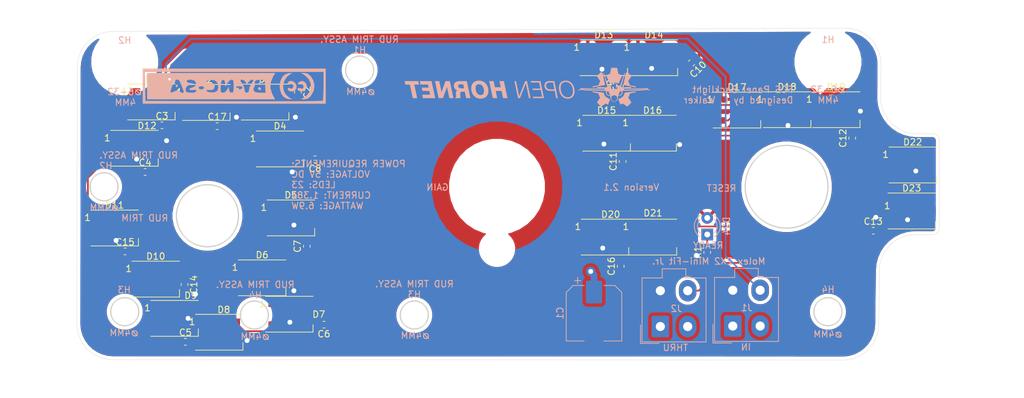
<source format=kicad_pcb>
(kicad_pcb (version 20171130) (host pcbnew "(5.1.10)-1")
  (layers (0 F.Cu signal) (31 B.Cu signal) (34 B.Paste user) (35 F.Paste user) (36 B.SilkS user) (37 F.SilkS user) (38 B.Mask user) (39 F.Mask user) (44 Edge.Cuts user))
  (net 0 "")
  (net 1 "Net-(D1-Pad2)")
  (net 2 "Net-(D2-Pad2)")
  (net 3 "Net-(D3-Pad2)")
  (net 4 "Net-(D4-Pad2)")
  (net 5 "Net-(D5-Pad2)")
  (net 6 "Net-(D6-Pad2)")
  (net 7 "Net-(D7-Pad2)")
  (net 8 "Net-(D8-Pad2)")
  (net 9 "Net-(D10-Pad4)")
  (net 10 "Net-(D10-Pad2)")
  (net 11 "Net-(D11-Pad2)")
  (net 12 "Net-(D12-Pad2)")
  (net 13 "Net-(D13-Pad2)")
  (net 14 "Net-(D14-Pad2)")
  (net 15 "Net-(D15-Pad2)")
  (net 16 "Net-(D16-Pad2)")
  (net 17 "Net-(D17-Pad2)")
  (net 18 "Net-(D18-Pad2)")
  (net 19 "Net-(D19-Pad2)")
  (net 20 "Net-(D20-Pad2)")
  (net 21 "Net-(D21-Pad2)")
  (net 22 "Net-(D22-Pad2)")
  (net 23 "Net-(D24-Pad1)")
  (net 24 /LEDGND)
  (net 25 /LED+5V)
  (net 26 /DATAIN)
  (net 27 /DATAOUT)
  (module OH_Backlighting:Molex_Mini-Fit_Jr_5566-04A_2x02_P4.20mm_Vertical (layer B.Cu) (at 172.424 92.2884)
    (fp_text reference J2 (at 2.455 -2.7534) (layer B.SilkS) (effects (justify mirror)))
    (fp_text value Conn_01x04_Female)
    (pad 4 thru_hole oval (at 4.2 -5.5) (size 2.7 3.3) (drill 1.4) (layers *.Cu *.Mask) (net 27 /DATAOUT))
    (pad 3 thru_hole oval (at 0 -5.5) (size 2.7 3.3) (drill 1.4) (layers *.Cu *.Mask) (net 24 /LEDGND))
    (pad 2 thru_hole oval (at 4.2 0) (size 2.7 3.3) (drill 1.4) (layers *.Cu *.Mask) (net 25 /LED+5V))
    (pad 1 thru_hole roundrect (at 0 0) (size 2.7 3.3) (drill 1.4) (layers *.Cu *.Mask) (roundrect_rratio 0.09259299999999999) (net 25 /LED+5V))
  )
  (module OH_Backlighting:Molex_Mini-Fit_Jr_5566-04A_2x02_P4.20mm_Vertical (layer B.Cu) (at 183.547 92.2172)
    (fp_text reference J1 (at 2.127 -2.8092) (layer B.SilkS) (effects (justify mirror)))
    (fp_text value Conn_01x04_Female)
    (pad 4 thru_hole oval (at 4.2 -5.5) (size 2.7 3.3) (drill 1.4) (layers *.Cu *.Mask) (net 26 /DATAIN))
    (pad 3 thru_hole oval (at 0 -5.5) (size 2.7 3.3) (drill 1.4) (layers *.Cu *.Mask) (net 24 /LEDGND))
    (pad 2 thru_hole oval (at 4.2 0) (size 2.7 3.3) (drill 1.4) (layers *.Cu *.Mask) (net 25 /LED+5V))
    (pad 1 thru_hole roundrect (at 0 0) (size 2.7 3.3) (drill 1.4) (layers *.Cu *.Mask) (roundrect_rratio 0.09259299999999999) (net 25 /LED+5V))
  )
  (module OH_Backlighting:OH_Panel_6-32_PHS (layer F.Cu) (at 198.150894 51.660146)
    (fp_text reference 2 hide)
    (fp_text value OH_Panel_Fastner_Keepout hide)
    (fp_text user 4MM (at 0.049106 5.889854 180) (layer B.SilkS) (effects (justify mirror)))
    (fp_text user H1 (at -0.000894 -3.410146) (layer B.SilkS) (effects (justify mirror)))
    (fp_text user ⌀6-32 (at -0.000894 4.239854) (layer B.SilkS) (effects (justify mirror)))
    (pad "" np_thru_hole circle (at 0 0) (size 4.3 4.3) (drill 4.3) (layers *.Cu *.Mask) (clearance 3))
  )
  (module OH_Backlighting:OH_Panel_6-32_PHS (layer F.Cu) (at 90.200894 51.660146)
    (fp_text reference 1 hide)
    (fp_text value OH_Panel_Fastner_Keepout hide)
    (fp_text user 4MM (at 0.099106 6.239854 180) (layer B.SilkS) (effects (justify mirror)))
    (fp_text user H2 (at -0.000894 -3.310146) (layer B.SilkS) (effects (justify mirror)))
    (fp_text user ⌀6-32 (at 0 4.589854) (layer B.SilkS) (effects (justify mirror)))
    (pad "" np_thru_hole circle (at 0 0) (size 4.3 4.3) (drill 4.3) (layers *.Cu *.Mask) (clearance 3))
  )
  (module OH_General:CC-BY-NC-SA-Small (layer B.Cu) (at 107.09148 55.38724 180)
    (fp_text reference G*** hide)
    (fp_text value LOGO hide)
  )
  (module OH_General:OH_LOGO_37.7mm_5.9mm (layer B.Cu) (at 152.0063 55.54472 180)
    (fp_text reference G*** hide)
    (fp_text value LOGO hide)
  )
  (module OH_Backlighting:100SPX_Toggle_13mm_x_18mm (layer F.Cu) (at 147.350894 70.837146)
    (fp_text reference 1 hide)
    (fp_text value 100SPX_Toggle_13mm_x_18mm hide)
    (pad "" np_thru_hole circle (at 0 0) (size 12.7 12.7) (drill 12.7) (layers *.Mask B.Cu) (clearance 3.65))
    (pad "" np_thru_hole circle (at 0 0) (size 12.7 12.7) (drill 12.7) (layers *.Mask F.Cu) (clearance 1))
    (pad "" np_thru_hole circle (at 0 9.525) (size 3.572 3.572) (drill 3.572) (layers *.Cu *.Mask) (clearance 1))
  )
  (module Resistor_SMD:R_0603_1608Metric (layer F.Cu) (at 179.621 80.9067 90)
    (fp_text reference R1 (at 0 -1.43 90) (layer F.SilkS))
    (fp_text value R)
    (pad 2 smd roundrect (at 0.7875 0 90) (size 0.875 0.95) (layers F.Cu F.Paste F.Mask) (net 23 "Net-(D24-Pad1)"))
    (pad 1 smd roundrect (at -0.7875 0 90) (size 0.875 0.95) (layers F.Cu F.Paste F.Mask) (net 24 /LEDGND))
  )
  (module Capacitor_SMD:C_0603_1608Metric (layer F.Cu) (at 104.386 61.529)
    (fp_text reference C17 (at 0 -1.43) (layer F.SilkS))
    (fp_text value C)
    (pad 2 smd roundrect (at 0.7875 0) (size 0.875 0.95) (layers F.Cu F.Paste F.Mask) (net 24 /LEDGND))
    (pad 1 smd roundrect (at -0.7875 0) (size 0.875 0.95) (layers F.Cu F.Paste F.Mask) (net 25 /LED+5V))
  )
  (module Capacitor_SMD:C_0603_1608Metric (layer F.Cu) (at 166.34 83.0352 90)
    (fp_text reference C16 (at 0 -1.43 90) (layer F.SilkS))
    (fp_text value C)
    (pad 2 smd roundrect (at 0.7875 0 90) (size 0.875 0.95) (layers F.Cu F.Paste F.Mask) (net 24 /LEDGND))
    (pad 1 smd roundrect (at -0.7875 0 90) (size 0.875 0.95) (layers F.Cu F.Paste F.Mask) (net 25 /LED+5V))
  )
  (module Capacitor_SMD:C_0603_1608Metric (layer F.Cu) (at 90.2588 80.7593)
    (fp_text reference C15 (at 0 -1.43) (layer F.SilkS))
    (fp_text value C)
    (pad 2 smd roundrect (at 0.7875 0) (size 0.875 0.95) (layers F.Cu F.Paste F.Mask) (net 24 /LEDGND))
    (pad 1 smd roundrect (at -0.7875 0) (size 0.875 0.95) (layers F.Cu F.Paste F.Mask) (net 25 /LED+5V))
  )
  (module Capacitor_SMD:C_0603_1608Metric (layer F.Cu) (at 99.3826 85.8445 270)
    (fp_text reference C14 (at 0 -1.43 90) (layer F.SilkS))
    (fp_text value C)
    (pad 2 smd roundrect (at 0.7875 0 270) (size 0.875 0.95) (layers F.Cu F.Paste F.Mask) (net 24 /LEDGND))
    (pad 1 smd roundrect (at -0.7875 0 270) (size 0.875 0.95) (layers F.Cu F.Paste F.Mask) (net 25 /LED+5V))
  )
  (module Capacitor_SMD:C_0603_1608Metric (layer F.Cu) (at 205.105 77.5868)
    (fp_text reference C13 (at 0 -1.43) (layer F.SilkS))
    (fp_text value C)
    (pad 2 smd roundrect (at 0.7875 0) (size 0.875 0.95) (layers F.Cu F.Paste F.Mask) (net 24 /LEDGND))
    (pad 1 smd roundrect (at -0.7875 0) (size 0.875 0.95) (layers F.Cu F.Paste F.Mask) (net 25 /LED+5V))
  )
  (module Capacitor_SMD:C_0603_1608Metric (layer F.Cu) (at 201.892 63.3731 90)
    (fp_text reference C12 (at 0 -1.43 90) (layer F.SilkS))
    (fp_text value C)
    (pad 2 smd roundrect (at 0.7875 0 90) (size 0.875 0.95) (layers F.Cu F.Paste F.Mask) (net 24 /LEDGND))
    (pad 1 smd roundrect (at -0.7875 0 90) (size 0.875 0.95) (layers F.Cu F.Paste F.Mask) (net 25 /LED+5V))
  )
  (module Capacitor_SMD:C_0603_1608Metric (layer F.Cu) (at 166.627 66.9518 90)
    (fp_text reference C11 (at 0 -1.43 90) (layer F.SilkS))
    (fp_text value C)
    (pad 2 smd roundrect (at 0.7875 0 90) (size 0.875 0.95) (layers F.Cu F.Paste F.Mask) (net 24 /LEDGND))
    (pad 1 smd roundrect (at -0.7875 0 90) (size 0.875 0.95) (layers F.Cu F.Paste F.Mask) (net 25 /LED+5V))
  )
  (module Capacitor_SMD:C_0603_1608Metric (layer F.Cu) (at 177.211 51.823 225)
    (fp_text reference C10 (at 0 -1.43 45) (layer F.SilkS))
    (fp_text value C)
    (pad 2 smd roundrect (at 0.7875 0 225) (size 0.875 0.95) (layers F.Cu F.Paste F.Mask) (net 24 /LEDGND))
    (pad 1 smd roundrect (at -0.7875 0 225) (size 0.875 0.95) (layers F.Cu F.Paste F.Mask) (net 25 /LED+5V))
  )
  (module Capacitor_SMD:C_0603_1608Metric (layer F.Cu) (at 166.202 55.3821 90)
    (fp_text reference C9 (at 0 -1.43 90) (layer F.SilkS))
    (fp_text value C)
    (pad 2 smd roundrect (at 0.7875 0 90) (size 0.875 0.95) (layers F.Cu F.Paste F.Mask) (net 24 /LEDGND))
    (pad 1 smd roundrect (at -0.7875 0 90) (size 0.875 0.95) (layers F.Cu F.Paste F.Mask) (net 25 /LED+5V))
  )
  (module Capacitor_SMD:C_0603_1608Metric (layer F.Cu) (at 119.408 66.6166 180)
    (fp_text reference C8 (at 0 -1.43) (layer F.SilkS))
    (fp_text value C)
    (pad 2 smd roundrect (at 0.7875 0 180) (size 0.875 0.95) (layers F.Cu F.Paste F.Mask) (net 24 /LEDGND))
    (pad 1 smd roundrect (at -0.7875 0 180) (size 0.875 0.95) (layers F.Cu F.Paste F.Mask) (net 25 /LED+5V))
  )
  (module Capacitor_SMD:C_0603_1608Metric (layer F.Cu) (at 118.148 79.9669 90)
    (fp_text reference C7 (at 0 -1.43 90) (layer F.SilkS))
    (fp_text value C)
    (pad 2 smd roundrect (at 0.7875 0 90) (size 0.875 0.95) (layers F.Cu F.Paste F.Mask) (net 24 /LEDGND))
    (pad 1 smd roundrect (at -0.7875 0 90) (size 0.875 0.95) (layers F.Cu F.Paste F.Mask) (net 25 /LED+5V))
  )
  (module Capacitor_SMD:C_0603_1608Metric (layer F.Cu) (at 120.78 92.0039 180)
    (fp_text reference C6 (at 0 -1.43) (layer F.SilkS))
    (fp_text value C)
    (pad 2 smd roundrect (at 0.7875 0 180) (size 0.875 0.95) (layers F.Cu F.Paste F.Mask) (net 24 /LEDGND))
    (pad 1 smd roundrect (at -0.7875 0 180) (size 0.875 0.95) (layers F.Cu F.Paste F.Mask) (net 25 /LED+5V))
  )
  (module Capacitor_SMD:C_0603_1608Metric (layer F.Cu) (at 99.5146 94.6429)
    (fp_text reference C5 (at 0 -1.43) (layer F.SilkS))
    (fp_text value C)
    (pad 2 smd roundrect (at 0.7875 0) (size 0.875 0.95) (layers F.Cu F.Paste F.Mask) (net 24 /LEDGND))
    (pad 1 smd roundrect (at -0.7875 0) (size 0.875 0.95) (layers F.Cu F.Paste F.Mask) (net 25 /LED+5V))
  )
  (module Capacitor_SMD:C_0603_1608Metric (layer F.Cu) (at 93.3297 68.5622)
    (fp_text reference C4 (at 0 -1.43) (layer F.SilkS))
    (fp_text value C)
    (pad 2 smd roundrect (at 0.7875 0) (size 0.875 0.95) (layers F.Cu F.Paste F.Mask) (net 24 /LEDGND))
    (pad 1 smd roundrect (at -0.7875 0) (size 0.875 0.95) (layers F.Cu F.Paste F.Mask) (net 25 /LED+5V))
  )
  (module Capacitor_SMD:C_0603_1608Metric (layer F.Cu) (at 95.9179 61.3969)
    (fp_text reference C3 (at 0 -1.43) (layer F.SilkS))
    (fp_text value C)
    (pad 2 smd roundrect (at 0.7875 0) (size 0.875 0.95) (layers F.Cu F.Paste F.Mask) (net 24 /LEDGND))
    (pad 1 smd roundrect (at -0.7875 0) (size 0.875 0.95) (layers F.Cu F.Paste F.Mask) (net 25 /LED+5V))
  )
  (module Capacitor_SMD:C_0603_1608Metric (layer F.Cu) (at 116.789 56.322 270)
    (fp_text reference C2 (at 0 -1.43 90) (layer F.SilkS))
    (fp_text value C)
    (pad 2 smd roundrect (at 0.7875 0 270) (size 0.875 0.95) (layers F.Cu F.Paste F.Mask) (net 24 /LEDGND))
    (pad 1 smd roundrect (at -0.7875 0 270) (size 0.875 0.95) (layers F.Cu F.Paste F.Mask) (net 25 /LED+5V))
  )
  (module LED_THT:LED_D3.0mm (layer B.Cu) (at 179.624 78.1558 90)
    (fp_text reference D24 (at 1.27 2.96 90) (layer B.SilkS) (effects (justify mirror)))
    (fp_text value LED)
    (pad 2 thru_hole circle (at 2.54 0 90) (size 1.8 1.8) (drill 0.9) (layers *.Cu *.Mask) (net 25 /LED+5V))
    (pad 1 thru_hole rect (at 0 0 90) (size 1.8 1.8) (drill 0.9) (layers *.Cu *.Mask) (net 23 "Net-(D24-Pad1)"))
  )
  (module LED_SMD:LED_WS2812B_PLCC4_5.0x5.0mm_P3.2mm (layer F.Cu) (at 211.012 74.5488)
    (fp_text reference D23 (at 0 -3.5) (layer F.SilkS))
    (fp_text value WS2812B)
    (fp_text user 1 (at -3.748 -0.7872) (layer F.SilkS))
    (pad 1 smd rect (at -2.45 -1.6) (size 1.5 1) (layers F.Cu F.Paste F.Mask) (net 25 /LED+5V))
    (pad 2 smd rect (at -2.45 1.6) (size 1.5 1) (layers F.Cu F.Paste F.Mask) (net 27 /DATAOUT))
    (pad 4 smd rect (at 2.45 -1.6) (size 1.5 1) (layers F.Cu F.Paste F.Mask) (net 22 "Net-(D22-Pad2)"))
    (pad 3 smd rect (at 2.45 1.6) (size 1.5 1) (layers F.Cu F.Paste F.Mask) (net 24 /LEDGND))
  )
  (module LED_SMD:LED_WS2812B_PLCC4_5.0x5.0mm_P3.2mm (layer F.Cu) (at 211.164 67.4876)
    (fp_text reference D22 (at 0 -3.5) (layer F.SilkS))
    (fp_text value WS2812B)
    (fp_text user 1 (at -4.15 -1.6) (layer F.SilkS))
    (pad 1 smd rect (at -2.45 -1.6) (size 1.5 1) (layers F.Cu F.Paste F.Mask) (net 25 /LED+5V))
    (pad 2 smd rect (at -2.45 1.6) (size 1.5 1) (layers F.Cu F.Paste F.Mask) (net 22 "Net-(D22-Pad2)"))
    (pad 4 smd rect (at 2.45 -1.6) (size 1.5 1) (layers F.Cu F.Paste F.Mask) (net 21 "Net-(D21-Pad2)"))
    (pad 3 smd rect (at 2.45 1.6) (size 1.5 1) (layers F.Cu F.Paste F.Mask) (net 24 /LEDGND))
  )
  (module LED_SMD:LED_WS2812B_PLCC4_5.0x5.0mm_P3.2mm (layer F.Cu) (at 171.286 78.562)
    (fp_text reference D21 (at 0.0116 -3.6828) (layer F.SilkS))
    (fp_text value WS2812B)
    (fp_text user 1 (at -4.15 -1.6) (layer F.SilkS))
    (pad 1 smd rect (at -2.45 -1.6) (size 1.5 1) (layers F.Cu F.Paste F.Mask) (net 25 /LED+5V))
    (pad 2 smd rect (at -2.45 1.6) (size 1.5 1) (layers F.Cu F.Paste F.Mask) (net 21 "Net-(D21-Pad2)"))
    (pad 4 smd rect (at 2.45 -1.6) (size 1.5 1) (layers F.Cu F.Paste F.Mask) (net 20 "Net-(D20-Pad2)"))
    (pad 3 smd rect (at 2.45 1.6) (size 1.5 1) (layers F.Cu F.Paste F.Mask) (net 24 /LEDGND))
  )
  (module LED_SMD:LED_WS2812B_PLCC4_5.0x5.0mm_P3.2mm (layer F.Cu) (at 163.92 78.5624)
    (fp_text reference D20 (at 0.8752 -3.48) (layer F.SilkS))
    (fp_text value WS2812B)
    (fp_text user 1 (at -4.15 -1.6) (layer F.SilkS))
    (pad 1 smd rect (at -2.45 -1.6) (size 1.5 1) (layers F.Cu F.Paste F.Mask) (net 25 /LED+5V))
    (pad 2 smd rect (at -2.45 1.6) (size 1.5 1) (layers F.Cu F.Paste F.Mask) (net 20 "Net-(D20-Pad2)"))
    (pad 4 smd rect (at 2.45 -1.6) (size 1.5 1) (layers F.Cu F.Paste F.Mask) (net 19 "Net-(D19-Pad2)"))
    (pad 3 smd rect (at 2.45 1.6) (size 1.5 1) (layers F.Cu F.Paste F.Mask) (net 24 /LEDGND))
  )
  (module LED_SMD:LED_WS2812B_PLCC4_5.0x5.0mm_P3.2mm (layer F.Cu) (at 199.429 59.004)
    (fp_text reference D19 (at 0 -3.5) (layer F.SilkS))
    (fp_text value WS2812B)
    (fp_text user 1 (at -4.15 -1.6) (layer F.SilkS))
    (pad 1 smd rect (at -2.45 -1.6) (size 1.5 1) (layers F.Cu F.Paste F.Mask) (net 25 /LED+5V))
    (pad 2 smd rect (at -2.45 1.6) (size 1.5 1) (layers F.Cu F.Paste F.Mask) (net 19 "Net-(D19-Pad2)"))
    (pad 4 smd rect (at 2.45 -1.6) (size 1.5 1) (layers F.Cu F.Paste F.Mask) (net 18 "Net-(D18-Pad2)"))
    (pad 3 smd rect (at 2.45 1.6) (size 1.5 1) (layers F.Cu F.Paste F.Mask) (net 24 /LEDGND))
  )
  (module LED_SMD:LED_WS2812B_PLCC4_5.0x5.0mm_P3.2mm (layer F.Cu) (at 191.883 59.004)
    (fp_text reference D18 (at 0 -3.5) (layer F.SilkS))
    (fp_text value WS2812B)
    (fp_text user 1 (at -4.15 -1.6) (layer F.SilkS))
    (pad 1 smd rect (at -2.45 -1.6) (size 1.5 1) (layers F.Cu F.Paste F.Mask) (net 25 /LED+5V))
    (pad 2 smd rect (at -2.45 1.6) (size 1.5 1) (layers F.Cu F.Paste F.Mask) (net 18 "Net-(D18-Pad2)"))
    (pad 4 smd rect (at 2.45 -1.6) (size 1.5 1) (layers F.Cu F.Paste F.Mask) (net 17 "Net-(D17-Pad2)"))
    (pad 3 smd rect (at 2.45 1.6) (size 1.5 1) (layers F.Cu F.Paste F.Mask) (net 24 /LEDGND))
  )
  (module LED_SMD:LED_WS2812B_PLCC4_5.0x5.0mm_P3.2mm (layer F.Cu) (at 184.189 59.0552)
    (fp_text reference D17 (at 0 -3.5) (layer F.SilkS))
    (fp_text value WS2812B)
    (fp_text user 1 (at -4.15 -1.6) (layer F.SilkS))
    (pad 1 smd rect (at -2.45 -1.6) (size 1.5 1) (layers F.Cu F.Paste F.Mask) (net 25 /LED+5V))
    (pad 2 smd rect (at -2.45 1.6) (size 1.5 1) (layers F.Cu F.Paste F.Mask) (net 17 "Net-(D17-Pad2)"))
    (pad 4 smd rect (at 2.45 -1.6) (size 1.5 1) (layers F.Cu F.Paste F.Mask) (net 16 "Net-(D16-Pad2)"))
    (pad 3 smd rect (at 2.45 1.6) (size 1.5 1) (layers F.Cu F.Paste F.Mask) (net 24 /LEDGND))
  )
  (module LED_SMD:LED_WS2812B_PLCC4_5.0x5.0mm_P3.2mm (layer F.Cu) (at 171.235 62.6112)
    (fp_text reference D16 (at 0 -3.5) (layer F.SilkS))
    (fp_text value WS2812B)
    (fp_text user 1 (at -4.15 -1.6) (layer F.SilkS))
    (pad 1 smd rect (at -2.45 -1.6) (size 1.5 1) (layers F.Cu F.Paste F.Mask) (net 25 /LED+5V))
    (pad 2 smd rect (at -2.45 1.6) (size 1.5 1) (layers F.Cu F.Paste F.Mask) (net 16 "Net-(D16-Pad2)"))
    (pad 4 smd rect (at 2.45 -1.6) (size 1.5 1) (layers F.Cu F.Paste F.Mask) (net 15 "Net-(D15-Pad2)"))
    (pad 3 smd rect (at 2.45 1.6) (size 1.5 1) (layers F.Cu F.Paste F.Mask) (net 24 /LEDGND))
  )
  (module LED_SMD:LED_WS2812B_PLCC4_5.0x5.0mm_P3.2mm (layer F.Cu) (at 164.174 62.6108)
    (fp_text reference D15 (at 0 -3.5) (layer F.SilkS))
    (fp_text value WS2812B)
    (fp_text user 1 (at -4.15 -1.6) (layer F.SilkS))
    (pad 1 smd rect (at -2.45 -1.6) (size 1.5 1) (layers F.Cu F.Paste F.Mask) (net 25 /LED+5V))
    (pad 2 smd rect (at -2.45 1.6) (size 1.5 1) (layers F.Cu F.Paste F.Mask) (net 15 "Net-(D15-Pad2)"))
    (pad 4 smd rect (at 2.45 -1.6) (size 1.5 1) (layers F.Cu F.Paste F.Mask) (net 14 "Net-(D14-Pad2)"))
    (pad 3 smd rect (at 2.45 1.6) (size 1.5 1) (layers F.Cu F.Paste F.Mask) (net 24 /LEDGND))
  )
  (module LED_SMD:LED_WS2812B_PLCC4_5.0x5.0mm_P3.2mm (layer F.Cu) (at 171.438 51.0288)
    (fp_text reference D14 (at 0 -3.5) (layer F.SilkS))
    (fp_text value WS2812B)
    (fp_text user 1 (at -4.15 -1.6) (layer F.SilkS))
    (pad 1 smd rect (at -2.45 -1.6) (size 1.5 1) (layers F.Cu F.Paste F.Mask) (net 25 /LED+5V))
    (pad 2 smd rect (at -2.45 1.6) (size 1.5 1) (layers F.Cu F.Paste F.Mask) (net 14 "Net-(D14-Pad2)"))
    (pad 4 smd rect (at 2.45 -1.6) (size 1.5 1) (layers F.Cu F.Paste F.Mask) (net 13 "Net-(D13-Pad2)"))
    (pad 3 smd rect (at 2.45 1.6) (size 1.5 1) (layers F.Cu F.Paste F.Mask) (net 24 /LEDGND))
  )
  (module LED_SMD:LED_WS2812B_PLCC4_5.0x5.0mm_P3.2mm (layer F.Cu) (at 163.74 51.0284)
    (fp_text reference D13 (at 0 -3.5) (layer F.SilkS))
    (fp_text value WS2812B)
    (fp_text user 1 (at -4.15 -1.6) (layer F.SilkS))
    (pad 1 smd rect (at -2.45 -1.6) (size 1.5 1) (layers F.Cu F.Paste F.Mask) (net 25 /LED+5V))
    (pad 2 smd rect (at -2.45 1.6) (size 1.5 1) (layers F.Cu F.Paste F.Mask) (net 13 "Net-(D13-Pad2)"))
    (pad 4 smd rect (at 2.45 -1.6) (size 1.5 1) (layers F.Cu F.Paste F.Mask) (net 12 "Net-(D12-Pad2)"))
    (pad 3 smd rect (at 2.45 1.6) (size 1.5 1) (layers F.Cu F.Paste F.Mask) (net 24 /LEDGND))
  )
  (module LED_SMD:LED_WS2812B_PLCC4_5.0x5.0mm_P3.2mm (layer F.Cu) (at 91.694 64.9224)
    (fp_text reference D12 (at 1.9304 -3.4544) (layer F.SilkS))
    (fp_text value WS2812B)
    (fp_text user 1 (at -4.1656 -1.5748) (layer F.SilkS))
    (pad 1 smd rect (at -2.45 -1.6) (size 1.5 1) (layers F.Cu F.Paste F.Mask) (net 25 /LED+5V))
    (pad 2 smd rect (at -2.45 1.6) (size 1.5 1) (layers F.Cu F.Paste F.Mask) (net 12 "Net-(D12-Pad2)"))
    (pad 4 smd rect (at 2.45 -1.6) (size 1.5 1) (layers F.Cu F.Paste F.Mask) (net 11 "Net-(D11-Pad2)"))
    (pad 3 smd rect (at 2.45 1.6) (size 1.5 1) (layers F.Cu F.Paste F.Mask) (net 24 /LEDGND))
  )
  (module LED_SMD:LED_WS2812B_PLCC4_5.0x5.0mm_P3.2mm (layer F.Cu) (at 88.646 77.1652)
    (fp_text reference D11 (at 0 -3.5) (layer F.SilkS))
    (fp_text value WS2812B)
    (fp_text user 1 (at -4.15 -1.6) (layer F.SilkS))
    (pad 1 smd rect (at -2.45 -1.6) (size 1.5 1) (layers F.Cu F.Paste F.Mask) (net 25 /LED+5V))
    (pad 2 smd rect (at -2.45 1.6) (size 1.5 1) (layers F.Cu F.Paste F.Mask) (net 11 "Net-(D11-Pad2)"))
    (pad 4 smd rect (at 2.45 -1.6) (size 1.5 1) (layers F.Cu F.Paste F.Mask) (net 10 "Net-(D10-Pad2)"))
    (pad 3 smd rect (at 2.45 1.6) (size 1.5 1) (layers F.Cu F.Paste F.Mask) (net 24 /LEDGND))
  )
  (module LED_SMD:LED_WS2812B_PLCC4_5.0x5.0mm_P3.2mm (layer F.Cu) (at 94.9568 85.0136)
    (fp_text reference D10 (at 0 -3.5) (layer F.SilkS))
    (fp_text value WS2812B)
    (fp_text user 1 (at -4.15 -1.6) (layer F.SilkS))
    (pad 1 smd rect (at -2.45 -1.6) (size 1.5 1) (layers F.Cu F.Paste F.Mask) (net 25 /LED+5V))
    (pad 2 smd rect (at -2.45 1.6) (size 1.5 1) (layers F.Cu F.Paste F.Mask) (net 10 "Net-(D10-Pad2)"))
    (pad 4 smd rect (at 2.45 -1.6) (size 1.5 1) (layers F.Cu F.Paste F.Mask) (net 9 "Net-(D10-Pad4)"))
    (pad 3 smd rect (at 2.45 1.6) (size 1.5 1) (layers F.Cu F.Paste F.Mask) (net 24 /LEDGND))
  )
  (module LED_SMD:LED_WS2812B_PLCC4_5.0x5.0mm_P3.2mm (layer F.Cu) (at 97.8408 91.0336)
    (fp_text reference D9 (at 2.4892 -3.5) (layer F.SilkS))
    (fp_text value WS2812B)
    (fp_text user 1 (at -4.15 -1.6) (layer F.SilkS))
    (pad 1 smd rect (at -2.45 -1.6) (size 1.5 1) (layers F.Cu F.Paste F.Mask) (net 25 /LED+5V))
    (pad 2 smd rect (at -2.45 1.6) (size 1.5 1) (layers F.Cu F.Paste F.Mask) (net 9 "Net-(D10-Pad4)"))
    (pad 4 smd rect (at 2.45 -1.6) (size 1.5 1) (layers F.Cu F.Paste F.Mask) (net 8 "Net-(D8-Pad2)"))
    (pad 3 smd rect (at 2.45 1.6) (size 1.5 1) (layers F.Cu F.Paste F.Mask) (net 24 /LEDGND))
  )
  (module LED_SMD:LED_WS2812B_PLCC4_5.0x5.0mm_P3.2mm (layer F.Cu) (at 104.699 93.1672)
    (fp_text reference D8 (at 0.711 -3.4544) (layer F.SilkS))
    (fp_text value WS2812B)
    (fp_text user 1 (at -4.15 -1.6) (layer F.SilkS))
    (pad 1 smd rect (at -2.45 -1.6) (size 1.5 1) (layers F.Cu F.Paste F.Mask) (net 25 /LED+5V))
    (pad 2 smd rect (at -2.45 1.6) (size 1.5 1) (layers F.Cu F.Paste F.Mask) (net 8 "Net-(D8-Pad2)"))
    (pad 4 smd rect (at 2.45 -1.6) (size 1.5 1) (layers F.Cu F.Paste F.Mask) (net 7 "Net-(D7-Pad2)"))
    (pad 3 smd rect (at 2.45 1.6) (size 1.5 1) (layers F.Cu F.Paste F.Mask) (net 24 /LEDGND))
  )
  (module LED_SMD:LED_WS2812B_PLCC4_5.0x5.0mm_P3.2mm (layer F.Cu) (at 115.457 90.3984)
    (fp_text reference D7 (at 4.5326 0.0256) (layer F.SilkS))
    (fp_text value WS2812B)
    (fp_text user 1 (at -4.15 -1.6) (layer F.SilkS))
    (pad 1 smd rect (at -2.45 -1.6) (size 1.5 1) (layers F.Cu F.Paste F.Mask) (net 25 /LED+5V))
    (pad 2 smd rect (at -2.45 1.6) (size 1.5 1) (layers F.Cu F.Paste F.Mask) (net 7 "Net-(D7-Pad2)"))
    (pad 4 smd rect (at 2.45 -1.6) (size 1.5 1) (layers F.Cu F.Paste F.Mask) (net 6 "Net-(D6-Pad2)"))
    (pad 3 smd rect (at 2.45 1.6) (size 1.5 1) (layers F.Cu F.Paste F.Mask) (net 24 /LEDGND))
  )
  (module LED_SMD:LED_WS2812B_PLCC4_5.0x5.0mm_P3.2mm (layer F.Cu) (at 111.291 84.8104)
    (fp_text reference D6 (at 0 -3.5) (layer F.SilkS))
    (fp_text value WS2812B)
    (fp_text user 1 (at -4.15 -1.6) (layer F.SilkS))
    (pad 1 smd rect (at -2.45 -1.6) (size 1.5 1) (layers F.Cu F.Paste F.Mask) (net 25 /LED+5V))
    (pad 2 smd rect (at -2.45 1.6) (size 1.5 1) (layers F.Cu F.Paste F.Mask) (net 6 "Net-(D6-Pad2)"))
    (pad 4 smd rect (at 2.45 -1.6) (size 1.5 1) (layers F.Cu F.Paste F.Mask) (net 5 "Net-(D5-Pad2)"))
    (pad 3 smd rect (at 2.45 1.6) (size 1.5 1) (layers F.Cu F.Paste F.Mask) (net 24 /LEDGND))
  )
  (module LED_SMD:LED_WS2812B_PLCC4_5.0x5.0mm_P3.2mm (layer F.Cu) (at 115.711 75.6156)
    (fp_text reference D5 (at 0 -3.5) (layer F.SilkS))
    (fp_text value WS2812B)
    (fp_text user 1 (at -4.15 -1.6) (layer F.SilkS))
    (pad 1 smd rect (at -2.45 -1.6) (size 1.5 1) (layers F.Cu F.Paste F.Mask) (net 25 /LED+5V))
    (pad 2 smd rect (at -2.45 1.6) (size 1.5 1) (layers F.Cu F.Paste F.Mask) (net 5 "Net-(D5-Pad2)"))
    (pad 4 smd rect (at 2.45 -1.6) (size 1.5 1) (layers F.Cu F.Paste F.Mask) (net 4 "Net-(D4-Pad2)"))
    (pad 3 smd rect (at 2.45 1.6) (size 1.5 1) (layers F.Cu F.Paste F.Mask) (net 24 /LEDGND))
  )
  (module LED_SMD:LED_WS2812B_PLCC4_5.0x5.0mm_P3.2mm (layer F.Cu) (at 114.046 65.024)
    (fp_text reference D4 (at 0 -3.5) (layer F.SilkS))
    (fp_text value WS2812B)
    (fp_text user 1 (at -4.15 -1.6) (layer F.SilkS))
    (pad 1 smd rect (at -2.45 -1.6) (size 1.5 1) (layers F.Cu F.Paste F.Mask) (net 25 /LED+5V))
    (pad 2 smd rect (at -2.45 1.6) (size 1.5 1) (layers F.Cu F.Paste F.Mask) (net 4 "Net-(D4-Pad2)"))
    (pad 4 smd rect (at 2.45 -1.6) (size 1.5 1) (layers F.Cu F.Paste F.Mask) (net 3 "Net-(D3-Pad2)"))
    (pad 3 smd rect (at 2.45 1.6) (size 1.5 1) (layers F.Cu F.Paste F.Mask) (net 24 /LEDGND))
  )
  (module LED_SMD:LED_WS2812B_PLCC4_5.0x5.0mm_P3.2mm (layer F.Cu) (at 111.748 57.8356)
    (fp_text reference D3 (at 0 -3.5) (layer F.SilkS))
    (fp_text value WS2812B)
    (fp_text user 1 (at -4.15 -1.6) (layer F.SilkS))
    (pad 1 smd rect (at -2.45 -1.6) (size 1.5 1) (layers F.Cu F.Paste F.Mask) (net 25 /LED+5V))
    (pad 2 smd rect (at -2.45 1.6) (size 1.5 1) (layers F.Cu F.Paste F.Mask) (net 3 "Net-(D3-Pad2)"))
    (pad 4 smd rect (at 2.45 -1.6) (size 1.5 1) (layers F.Cu F.Paste F.Mask) (net 2 "Net-(D2-Pad2)"))
    (pad 3 smd rect (at 2.45 1.6) (size 1.5 1) (layers F.Cu F.Paste F.Mask) (net 24 /LEDGND))
  )
  (module LED_SMD:LED_WS2812B_PLCC4_5.0x5.0mm_P3.2mm (layer F.Cu) (at 102.729 57.8864)
    (fp_text reference D2 (at 0 -3.5) (layer F.SilkS))
    (fp_text value WS2812B)
    (fp_text user 1 (at -4.15 -1.6) (layer F.SilkS))
    (pad 1 smd rect (at -2.45 -1.6) (size 1.5 1) (layers F.Cu F.Paste F.Mask) (net 25 /LED+5V))
    (pad 2 smd rect (at -2.45 1.6) (size 1.5 1) (layers F.Cu F.Paste F.Mask) (net 2 "Net-(D2-Pad2)"))
    (pad 4 smd rect (at 2.45 -1.6) (size 1.5 1) (layers F.Cu F.Paste F.Mask) (net 1 "Net-(D1-Pad2)"))
    (pad 3 smd rect (at 2.45 1.6) (size 1.5 1) (layers F.Cu F.Paste F.Mask) (net 24 /LEDGND))
  )
  (module LED_SMD:LED_WS2812B_PLCC4_5.0x5.0mm_P3.2mm (layer F.Cu) (at 94.2848 57.8104)
    (fp_text reference D1 (at 0 -3.5) (layer F.SilkS))
    (fp_text value WS2812B)
    (fp_text user 1 (at -4.15 -1.6) (layer F.SilkS))
    (pad 1 smd rect (at -2.45 -1.6) (size 1.5 1) (layers F.Cu F.Paste F.Mask) (net 25 /LED+5V))
    (pad 2 smd rect (at -2.45 1.6) (size 1.5 1) (layers F.Cu F.Paste F.Mask) (net 1 "Net-(D1-Pad2)"))
    (pad 4 smd rect (at 2.45 -1.6) (size 1.5 1) (layers F.Cu F.Paste F.Mask) (net 26 /DATAIN))
    (pad 3 smd rect (at 2.45 1.6) (size 1.5 1) (layers F.Cu F.Paste F.Mask) (net 24 /LEDGND))
  )
  (module Capacitor_SMD:CP_Elec_8x10 (layer B.Cu) (at 162.242 90.2474 270)
    (fp_text reference C1 (at 0 5.2 270) (layer B.SilkS) (effects (justify mirror)))
    (fp_text value C_Polarized)
    (pad 2 smd roundrect (at 3.25 0 270) (size 3.5 2.5) (layers B.Cu B.Paste B.Mask) (roundrect_rratio 0.1) (net 24 /LEDGND))
    (pad 1 smd roundrect (at -3.25 0 270) (size 3.5 2.5) (layers B.Cu B.Paste B.Mask) (roundrect_rratio 0.1) (net 25 /LED+5V))
  )
  (gr_text READY (at 179.77104 79.83474) (layer B.SilkS) (effects (font (size 1 1)) (justify mirror)))
  (gr_text ⌀4MM (at 126.4412 56.2356) (layer B.SilkS) (effects (font (size 1 1)) (justify mirror)))
  (gr_text ⌀4MM (at 110.236 93.8276) (layer B.SilkS) (effects (font (size 1 1)) (justify mirror)))
  (gr_text ⌀4MM (at 134.8232 93.6752) (layer B.SilkS) (effects (font (size 1 1)) (justify mirror)))
  (gr_text ⌀4MM (at 87.0712 74.02576) (layer B.SilkS) (effects (font (size 1 1)) (justify mirror)))
  (gr_text "RUD TRIM ASSY.\nH4" (at 110.236 86.6648) (layer B.SilkS) (effects (font (size 1 1)) (justify mirror)))
  (gr_text "RUD TRIM ASSY.\nH3" (at 134.6708 86.5632) (layer B.SilkS) (effects (font (size 1 1)) (justify mirror)))
  (gr_text "RUD TRIM ASSY.\nH2" (at 86.2076 66.802) (layer B.SilkS) (effects (font (size 1 1)) (justify right mirror)))
  (gr_text "RUD TRIM ASSY.\nH1" (at 126.238 49.022) (layer B.SilkS) (effects (font (size 1 1)) (justify mirror)))
  (gr_line (start 206.2988 52.070231) (end 206.248 57.0992) (layer Edge.Cuts) (width 0.05))
  (gr_line (start 214.2236 62.6872) (end 211.7852 62.687431) (layer Edge.Cuts) (width 0.05))
  (gr_line (start 211.6328 78.1812) (end 214.2236 78.1812) (layer Edge.Cuts) (width 0.05))
  (gr_line (start 206.044569 83.7184) (end 205.943431 91.897199) (layer Edge.Cuts) (width 0.05))
  (gr_arc (start 200.405999 91.8972) (end 200.3552 97.434399) (angle -90.52563461) (layer Edge.Cuts) (width 0.05))
  (gr_arc (start 211.582001 83.718399) (end 211.6328 78.1812) (angle -90.52563461) (layer Edge.Cuts) (width 0.05))
  (gr_arc (start 211.785199 57.149999) (end 206.248 57.0992) (angle -90.52563461) (layer Edge.Cuts) (width 0.05))
  (gr_arc (start 200.761601 52.019432) (end 206.2988 52.070231) (angle -90.52563461) (layer Edge.Cuts) (width 0.05))
  (gr_arc (start 88.392 91.846399) (end 82.854801 91.7956) (angle -90.52563461) (layer Edge.Cuts) (width 0.05))
  (gr_arc (start 88.442801 52.5272) (end 88.4936 46.990001) (angle -90.52563461) (layer Edge.Cuts) (width 0.05))
  (gr_arc (start 214.2236 77.1652) (end 214.2236 78.1812) (angle -90) (layer Edge.Cuts) (width 0.05))
  (gr_line (start 215.2396 63.7032) (end 215.2396 77.1652) (layer Edge.Cuts) (width 0.05))
  (gr_arc (start 214.2236 63.7032) (end 215.2396 63.7032) (angle -90) (layer Edge.Cuts) (width 0.05))
  (gr_text ⌀4MM (at 90.1192 93.2688) (layer B.SilkS) (effects (font (size 1 1)) (justify mirror)))
  (gr_text ⌀4MM (at 198.1708 93.472) (layer B.SilkS) (effects (font (size 1 1)) (justify mirror)))
  (gr_text H4 (at 198.1708 86.614) (layer B.SilkS) (effects (font (size 1 1)) (justify mirror)))
  (gr_text H3 (at 90.1192 86.6648) (layer B.SilkS) (effects (font (size 1 1)) (justify mirror)))
  (gr_text "POWER REQUIREMENTS:\nVOLTAGE: 5V DC\nLEDS: 23\nCURRENT: 1.38A\nWATTAGE: 6.9W" (at 115.69446 70.53072) (layer B.SilkS) (effects (font (size 1 1)) (justify right mirror)))
  (gr_text "RUD TRIM" (at 93.2688 75.6412) (layer B.SilkS) (effects (font (size 1 1)) (justify mirror)))
  (gr_text GAIN (at 138.2268 70.9168) (layer B.SilkS) (effects (font (size 1 1)) (justify mirror)))
  (gr_text RESET (at 181.8132 71.0692) (layer B.SilkS) (effects (font (size 1 1)) (justify mirror)))
  (gr_text "Version 2.1" (at 167.9448 70.9168) (layer B.SilkS) (effects (font (size 1 1)) (justify mirror)))
  (gr_text "FCS Panel Backlight\nDesigned by L. Walker" (at 192.91808 56.72328) (layer B.SilkS) (effects (font (size 1 1)) (justify left mirror)))
  (gr_text "Molex 2X2 Mini-Fit Jr." (at 179.8574 82.2706) (layer B.SilkS) (effects (font (size 1 1)) (justify mirror)))
  (gr_text THRU (at 174.74692 95.5421) (layer B.SilkS) (effects (font (size 1 1)) (justify mirror)))
  (gr_text IN (at 185.56986 95.45828) (layer B.SilkS) (effects (font (size 1 1)) (justify mirror)))
  (gr_line (start 88.392001 97.383831) (end 200.3552 97.434399) (layer Edge.Cuts) (width 0.05))
  (gr_line (start 82.905369 52.527201) (end 82.854801 91.7956) (layer Edge.Cuts) (width 0.05))
  (gr_line (start 200.7616 46.482) (end 88.4936 46.990001) (layer Edge.Cuts) (width 0.05))
  (gr_circle (center 126.258881 52.91886) (end 128.411531 52.91886) (layer Edge.Cuts) (width 0.2))
  (gr_circle (center 102.900894 75.282146) (end 107.663394 75.282146) (layer Edge.Cuts) (width 0.2))
  (gr_circle (center 134.650894 90.522146) (end 136.803543 90.522146) (layer Edge.Cuts) (width 0.2))
  (gr_circle (center 90.200894 90.014146) (end 92.353544 90.014146) (layer Edge.Cuts) (width 0.2))
  (gr_circle (center 198.150894 90.014146) (end 200.303543 90.014146) (layer Edge.Cuts) (width 0.2))
  (gr_circle (center 191.800894 70.837146) (end 198.150893 70.837146) (layer Edge.Cuts) (width 0.2))
  (gr_circle (center 110.100894 90.522146) (end 112.253544 90.522146) (layer Edge.Cuts) (width 0.2))
  (gr_circle (center 87.025894 70.832146) (end 89.178543 70.832146) (layer Edge.Cuts) (width 0.2))
  (segment (start 105.179 56.2864) (end 104.1037 56.2864) (width 0.25) (layer F.Cu) (net 1))
  (segment (start 91.8348 59.4104) (end 92.9101 59.4104) (width 0.25) (layer F.Cu) (net 1))
  (segment (start 92.9101 59.4104) (end 95.2088 57.1117) (width 0.25) (layer F.Cu) (net 1))
  (segment (start 95.2088 57.1117) (end 103.2784 57.1117) (width 0.25) (layer F.Cu) (net 1))
  (segment (start 103.2784 57.1117) (end 104.1037 56.2864) (width 0.25) (layer F.Cu) (net 1))
  (segment (start 114.198 56.2356) (end 113.1227 56.2356) (width 0.25) (layer F.Cu) (net 2))
  (segment (start 100.279 59.4864) (end 101.3543 59.4864) (width 0.25) (layer F.Cu) (net 2))
  (segment (start 101.3543 59.4864) (end 102.9482 57.8925) (width 0.25) (layer F.Cu) (net 2))
  (segment (start 102.9482 57.8925) (end 111.4658 57.8925) (width 0.25) (layer F.Cu) (net 2))
  (segment (start 111.4658 57.8925) (end 113.1227 56.2356) (width 0.25) (layer F.Cu) (net 2))
  (segment (start 109.298 59.4356) (end 110.3733 59.4356) (width 0.25) (layer F.Cu) (net 3))
  (segment (start 110.3733 59.4356) (end 114.3617 63.424) (width 0.25) (layer F.Cu) (net 3))
  (segment (start 114.3617 63.424) (end 116.496 63.424) (width 0.25) (layer F.Cu) (net 3))
  (segment (start 111.596 67.4506) (end 118.161 74.0156) (width 0.25) (layer F.Cu) (net 4))
  (segment (start 111.596 66.624) (end 111.596 67.4506) (width 0.25) (layer F.Cu) (net 4))
  (segment (start 113.741 77.6956) (end 113.261 77.2156) (width 0.25) (layer F.Cu) (net 5))
  (segment (start 113.741 83.2104) (end 113.741 77.6956) (width 0.25) (layer F.Cu) (net 5))
  (segment (start 117.907 88.7984) (end 116.8317 88.7984) (width 0.25) (layer F.Cu) (net 6))
  (segment (start 108.841 86.4104) (end 109.9163 86.4104) (width 0.25) (layer F.Cu) (net 6))
  (segment (start 109.9163 86.4104) (end 111.479 87.9731) (width 0.25) (layer F.Cu) (net 6))
  (segment (start 111.479 87.9731) (end 116.0064 87.9731) (width 0.25) (layer F.Cu) (net 6))
  (segment (start 116.0064 87.9731) (end 116.8317 88.7984) (width 0.25) (layer F.Cu) (net 6))
  (segment (start 113.007 91.9984) (end 112.0006 93.0048) (width 0.25) (layer F.Cu) (net 7))
  (segment (start 112.0006 93.0048) (end 108.5866 93.0048) (width 0.25) (layer F.Cu) (net 7))
  (segment (start 108.5866 93.0048) (end 107.149 91.5672) (width 0.25) (layer F.Cu) (net 7))
  (segment (start 102.249 94.7672) (end 103.3243 94.7672) (width 0.25) (layer F.Cu) (net 8))
  (segment (start 103.3243 94.7672) (end 103.3243 90.8623) (width 0.25) (layer F.Cu) (net 8))
  (segment (start 103.3243 90.8623) (end 101.8956 89.4336) (width 0.25) (layer F.Cu) (net 8))
  (segment (start 101.8956 89.4336) (end 100.2908 89.4336) (width 0.25) (layer F.Cu) (net 8))
  (segment (start 94.315799 86.504601) (end 97.4068 83.4136) (width 0.25) (layer F.Cu) (net 9))
  (segment (start 94.315799 91.558599) (end 94.315799 86.504601) (width 0.25) (layer F.Cu) (net 9))
  (segment (start 95.3908 92.6336) (end 94.315799 91.558599) (width 0.25) (layer F.Cu) (net 9))
  (segment (start 92.171001 76.640201) (end 91.096 75.5652) (width 0.25) (layer F.Cu) (net 10))
  (segment (start 92.171001 80.878593) (end 92.171001 76.640201) (width 0.25) (layer F.Cu) (net 10))
  (segment (start 91.431799 81.617795) (end 92.171001 80.878593) (width 0.25) (layer F.Cu) (net 10))
  (segment (start 91.431799 85.538599) (end 91.431799 81.617795) (width 0.25) (layer F.Cu) (net 10))
  (segment (start 92.5068 86.6136) (end 91.431799 85.538599) (width 0.25) (layer F.Cu) (net 10))
  (segment (start 94.144 63.3224) (end 93.0687 63.3224) (width 0.25) (layer F.Cu) (net 11))
  (segment (start 86.196 78.7652) (end 85.1207 78.7652) (width 0.25) (layer F.Cu) (net 11))
  (segment (start 85.1207 78.7652) (end 84.5444 78.1889) (width 0.25) (layer F.Cu) (net 11))
  (segment (start 84.5444 78.1889) (end 84.5444 69.4758) (width 0.25) (layer F.Cu) (net 11))
  (segment (start 84.5444 69.4758) (end 89.8725 64.1477) (width 0.25) (layer F.Cu) (net 11))
  (segment (start 89.8725 64.1477) (end 92.2434 64.1477) (width 0.25) (layer F.Cu) (net 11))
  (segment (start 92.2434 64.1477) (end 93.0687 63.3224) (width 0.25) (layer F.Cu) (net 11))
  (segment (start 166.19 49.4284) (end 165.1147 49.4284) (width 0.25) (layer F.Cu) (net 12))
  (segment (start 89.244 66.5224) (end 90.3193 66.5224) (width 0.25) (layer F.Cu) (net 12))
  (segment (start 90.3193 66.5224) (end 91.3268 65.5149) (width 0.25) (layer F.Cu) (net 12))
  (segment (start 91.3268 65.5149) (end 93.7385 65.5149) (width 0.25) (layer F.Cu) (net 12))
  (segment (start 93.7385 65.5149) (end 95.2518 64.0016) (width 0.25) (layer F.Cu) (net 12))
  (segment (start 95.2518 64.0016) (end 95.2518 62.6804) (width 0.25) (layer F.Cu) (net 12))
  (segment (start 95.2518 62.6804) (end 95.0684 62.497) (width 0.25) (layer F.Cu) (net 12))
  (segment (start 95.0684 62.497) (end 93.1787 62.497) (width 0.25) (layer F.Cu) (net 12))
  (segment (start 93.1787 62.497) (end 90.7594 60.0777) (width 0.25) (layer F.Cu) (net 12))
  (segment (start 90.7594 60.0777) (end 90.7594 58.7757) (width 0.25) (layer F.Cu) (net 12))
  (segment (start 90.7594 58.7757) (end 90.9501 58.585) (width 0.25) (layer F.Cu) (net 12))
  (segment (start 90.9501 58.585) (end 91.1973 58.585) (width 0.25) (layer F.Cu) (net 12))
  (segment (start 91.1973 58.585) (end 99.5286 50.2537) (width 0.25) (layer F.Cu) (net 12))
  (segment (start 99.5286 50.2537) (end 164.2894 50.2537) (width 0.25) (layer F.Cu) (net 12))
  (segment (start 164.2894 50.2537) (end 165.1147 49.4284) (width 0.25) (layer F.Cu) (net 12))
  (segment (start 172.8127 49.4288) (end 173.888 49.4288) (width 0.25) (layer F.Cu) (net 13))
  (segment (start 170.6871 51.5544) (end 172.8127 49.4288) (width 0.25) (layer F.Cu) (net 13))
  (segment (start 163.106298 51.5544) (end 170.6871 51.5544) (width 0.25) (layer F.Cu) (net 13))
  (segment (start 162.032298 52.6284) (end 163.106298 51.5544) (width 0.25) (layer F.Cu) (net 13))
  (segment (start 161.29 52.6284) (end 162.032298 52.6284) (width 0.25) (layer F.Cu) (net 13))
  (segment (start 168.988 58.6468) (end 168.988 52.6288) (width 0.25) (layer F.Cu) (net 14))
  (segment (start 166.624 61.0108) (end 168.988 58.6468) (width 0.25) (layer F.Cu) (net 14))
  (segment (start 162.226098 64.2108) (end 161.724 64.2108) (width 0.25) (layer F.Cu) (net 15))
  (segment (start 163.233799 63.203099) (end 162.226098 64.2108) (width 0.25) (layer F.Cu) (net 15))
  (segment (start 170.231991 63.203099) (end 163.233799 63.203099) (width 0.25) (layer F.Cu) (net 15))
  (segment (start 173.685 61.519) (end 171.91609 61.519) (width 0.25) (layer F.Cu) (net 15))
  (segment (start 171.91609 61.519) (end 170.231991 63.203099) (width 0.25) (layer F.Cu) (net 15))
  (segment (start 173.685 61.0112) (end 173.685 61.519) (width 0.25) (layer F.Cu) (net 15))
  (segment (start 186.639 57.4552) (end 185.5637 57.4552) (width 0.25) (layer F.Cu) (net 16))
  (segment (start 168.785 64.2112) (end 169.8603 64.2112) (width 0.25) (layer F.Cu) (net 16))
  (segment (start 169.8603 64.2112) (end 170.7897 63.2818) (width 0.25) (layer F.Cu) (net 16))
  (segment (start 170.7897 63.2818) (end 175.126 63.2818) (width 0.25) (layer F.Cu) (net 16))
  (segment (start 175.126 63.2818) (end 180.1273 58.2805) (width 0.25) (layer F.Cu) (net 16))
  (segment (start 180.1273 58.2805) (end 184.7384 58.2805) (width 0.25) (layer F.Cu) (net 16))
  (segment (start 184.7384 58.2805) (end 185.5637 57.4552) (width 0.25) (layer F.Cu) (net 16))
  (segment (start 193.2577 57.404) (end 190.8831 59.7786) (width 0.25) (layer F.Cu) (net 17))
  (segment (start 190.8831 59.7786) (end 183.6909 59.7786) (width 0.25) (layer F.Cu) (net 17))
  (segment (start 183.6909 59.7786) (end 182.8143 60.6552) (width 0.25) (layer F.Cu) (net 17))
  (segment (start 194.333 57.404) (end 193.2577 57.404) (width 0.25) (layer F.Cu) (net 17))
  (segment (start 181.739 60.6552) (end 182.8143 60.6552) (width 0.25) (layer F.Cu) (net 17))
  (segment (start 201.879 57.404) (end 200.8037 57.404) (width 0.25) (layer F.Cu) (net 18))
  (segment (start 189.433 60.604) (end 190.9797 60.604) (width 0.25) (layer F.Cu) (net 18))
  (segment (start 190.9797 60.604) (end 193.3544 58.2293) (width 0.25) (layer F.Cu) (net 18))
  (segment (start 193.3544 58.2293) (end 199.9784 58.2293) (width 0.25) (layer F.Cu) (net 18))
  (segment (start 199.9784 58.2293) (end 200.8037 57.404) (width 0.25) (layer F.Cu) (net 18))
  (segment (start 166.37 76.9624) (end 167.4453 76.9624) (width 0.25) (layer F.Cu) (net 19))
  (segment (start 196.979 60.604) (end 195.9037 60.604) (width 0.25) (layer F.Cu) (net 19))
  (segment (start 195.9037 60.604) (end 195.9037 60.8103) (width 0.25) (layer F.Cu) (net 19))
  (segment (start 195.9037 60.8103) (end 193.7301 62.9839) (width 0.25) (layer F.Cu) (net 19))
  (segment (start 193.7301 62.9839) (end 181.0112 62.9839) (width 0.25) (layer F.Cu) (net 19))
  (segment (start 181.0112 62.9839) (end 167.4453 76.5498) (width 0.25) (layer F.Cu) (net 19))
  (segment (start 167.4453 76.5498) (end 167.4453 76.9624) (width 0.25) (layer F.Cu) (net 19))
  (segment (start 173.736 76.962) (end 172.6607 76.962) (width 0.25) (layer F.Cu) (net 20))
  (segment (start 161.47 80.1624) (end 163.344 78.2884) (width 0.25) (layer F.Cu) (net 20))
  (segment (start 163.344 78.2884) (end 171.3343 78.2884) (width 0.25) (layer F.Cu) (net 20))
  (segment (start 171.3343 78.2884) (end 172.6607 76.962) (width 0.25) (layer F.Cu) (net 20))
  (segment (start 211.36561 66.71261) (end 211.3659 66.7129) (width 0.25) (layer F.Cu) (net 21))
  (segment (start 212.5387 65.8876) (end 213.614 65.8876) (width 0.25) (layer F.Cu) (net 21))
  (segment (start 196.088 79.248) (end 208.62339 66.71261) (width 0.25) (layer F.Cu) (net 21))
  (segment (start 208.62339 66.71261) (end 211.36561 66.71261) (width 0.25) (layer F.Cu) (net 21))
  (segment (start 186.182 79.248) (end 196.088 79.248) (width 0.25) (layer F.Cu) (net 21))
  (segment (start 211.7134 66.7129) (end 212.5387 65.8876) (width 0.25) (layer F.Cu) (net 21))
  (segment (start 183.8645 76.9305) (end 186.182 79.248) (width 0.25) (layer F.Cu) (net 21))
  (segment (start 176.6049 76.9305) (end 183.8645 76.9305) (width 0.25) (layer F.Cu) (net 21))
  (segment (start 170.7366 79.3367) (end 174.1987 79.3367) (width 0.25) (layer F.Cu) (net 21))
  (segment (start 174.1987 79.3367) (end 176.6049 76.9305) (width 0.25) (layer F.Cu) (net 21))
  (segment (start 169.9113 80.162) (end 170.7366 79.3367) (width 0.25) (layer F.Cu) (net 21))
  (segment (start 211.3659 66.7129) (end 211.7134 66.7129) (width 0.25) (layer F.Cu) (net 21))
  (segment (start 168.836 80.162) (end 169.9113 80.162) (width 0.25) (layer F.Cu) (net 21))
  (segment (start 209.6008 69.0876) (end 213.462 72.9488) (width 0.25) (layer F.Cu) (net 22))
  (segment (start 208.714 69.0876) (end 209.6008 69.0876) (width 0.25) (layer F.Cu) (net 22))
  (segment (start 179.624 78.1558) (end 179.624 79.3811) (width 0.25) (layer F.Cu) (net 23))
  (segment (start 179.624 79.3811) (end 179.621 79.3841) (width 0.25) (layer F.Cu) (net 23))
  (segment (start 179.621 79.3841) (end 179.621 80.1192) (width 0.25) (layer F.Cu) (net 23))
  (segment (start 213.462 76.1488) (end 212.0117 76.1488) (width 1) (layer F.Cu) (net 24))
  (segment (start 210.3768 75.893) (end 211.7559 75.893) (width 1) (layer F.Cu) (net 24))
  (segment (start 211.7559 75.893) (end 212.0117 76.1488) (width 1) (layer F.Cu) (net 24))
  (segment (start 113.741 86.4104) (end 115.1913 86.4104) (width 1) (layer F.Cu) (net 24))
  (segment (start 116.1711 86.789) (end 115.5699 86.789) (width 1) (layer F.Cu) (net 24))
  (segment (start 115.5699 86.789) (end 115.1913 86.4104) (width 1) (layer F.Cu) (net 24))
  (segment (start 99.9261 91.0336) (end 100.1085 91.216) (width 1) (layer F.Cu) (net 24))
  (segment (start 100.1085 91.216) (end 100.1085 92.6336) (width 1) (layer F.Cu) (net 24))
  (segment (start 90.61 78.7652) (end 91.0463 79.2015) (width 1) (layer F.Cu) (net 24))
  (segment (start 91.0463 79.2015) (end 91.0463 80.7593) (width 1) (layer F.Cu) (net 24))
  (segment (start 91.096 78.7652) (end 90.61 78.7652) (width 1) (layer F.Cu) (net 24))
  (segment (start 90.5529 78.7652) (end 90.61 78.7652) (width 1) (layer F.Cu) (net 24))
  (segment (start 90.5529 78.7652) (end 89.6457 78.7652) (width 1) (layer F.Cu) (net 24))
  (segment (start 88.8712 79.0719) (end 89.339 79.0719) (width 1) (layer F.Cu) (net 24))
  (segment (start 89.339 79.0719) (end 89.6457 78.7652) (width 1) (layer F.Cu) (net 24))
  (segment (start 213.614 69.0876) (end 212.1637 69.0876) (width 1) (layer F.Cu) (net 24))
  (segment (start 211.64 68.4143) (end 212.1637 68.938) (width 1) (layer F.Cu) (net 24))
  (segment (start 212.1637 68.938) (end 212.1637 69.0876) (width 1) (layer F.Cu) (net 24))
  (segment (start 202.6042 60.604) (end 201.892 61.3162) (width 1) (layer F.Cu) (net 24))
  (segment (start 201.892 61.3162) (end 201.892 62.5856) (width 1) (layer F.Cu) (net 24))
  (segment (start 202.6042 60.604) (end 203.3293 60.604) (width 1) (layer F.Cu) (net 24))
  (segment (start 201.879 60.604) (end 202.6042 60.604) (width 1) (layer F.Cu) (net 24))
  (segment (start 203.1357 59.2291) (end 203.3293 59.4227) (width 1) (layer F.Cu) (net 24))
  (segment (start 203.3293 59.4227) (end 203.3293 60.604) (width 1) (layer F.Cu) (net 24))
  (segment (start 178.0721 81.4135) (end 179.3403 81.4135) (width 1) (layer F.Cu) (net 24))
  (segment (start 179.3403 81.4135) (end 179.621 81.6942) (width 1) (layer F.Cu) (net 24))
  (segment (start 175.1863 80.162) (end 176.4378 81.4135) (width 1) (layer F.Cu) (net 24))
  (segment (start 176.4378 81.4135) (end 178.0721 81.4135) (width 1) (layer F.Cu) (net 24))
  (segment (start 165.6449 80.1624) (end 164.9197 80.1624) (width 1) (layer F.Cu) (net 24))
  (segment (start 165.8546 64.2781) (end 165.8546 65.3919) (width 1) (layer F.Cu) (net 24))
  (segment (start 165.8546 65.3919) (end 166.627 66.1643) (width 1) (layer F.Cu) (net 24))
  (segment (start 165.8989 64.2108) (end 165.8546 64.2551) (width 1) (layer F.Cu) (net 24))
  (segment (start 165.8546 64.2551) (end 165.8546 64.2781) (width 1) (layer F.Cu) (net 24))
  (segment (start 163.7498 64.2781) (end 165.8546 64.2781) (width 1) (layer F.Cu) (net 24))
  (segment (start 163.5802 80.2513) (end 164.8308 80.2513) (width 1) (layer F.Cu) (net 24))
  (segment (start 164.8308 80.2513) (end 164.9197 80.1624) (width 1) (layer F.Cu) (net 24))
  (segment (start 118.161 77.2156) (end 116.7107 77.2156) (width 1) (layer F.Cu) (net 24))
  (segment (start 116.1762 76.7139) (end 116.209 76.7139) (width 1) (layer F.Cu) (net 24))
  (segment (start 116.209 76.7139) (end 116.7107 77.2156) (width 1) (layer F.Cu) (net 24))
  (segment (start 116.3996 60.1538) (end 116.3665 60.1538) (width 1) (layer F.Cu) (net 24))
  (segment (start 116.3665 60.1538) (end 115.6483 59.4356) (width 1) (layer F.Cu) (net 24))
  (segment (start 114.198 59.4356) (end 115.6483 59.4356) (width 1) (layer F.Cu) (net 24))
  (segment (start 116.789 57.1095) (end 115.6483 58.2502) (width 1) (layer F.Cu) (net 24))
  (segment (start 115.6483 58.2502) (end 115.6483 59.4356) (width 1) (layer F.Cu) (net 24))
  (segment (start 105.179 59.4864) (end 106.6293 59.4864) (width 1) (layer F.Cu) (net 24))
  (segment (start 107.3502 60.1538) (end 107.2967 60.1538) (width 1) (layer F.Cu) (net 24))
  (segment (start 107.2967 60.1538) (end 106.6293 59.4864) (width 1) (layer F.Cu) (net 24))
  (segment (start 105.1735 61.529) (end 105.179 61.5235) (width 1) (layer F.Cu) (net 24))
  (segment (start 105.179 61.5235) (end 105.179 59.4864) (width 1) (layer F.Cu) (net 24))
  (segment (start 100.1085 92.6336) (end 100.3021 92.8272) (width 1) (layer F.Cu) (net 24))
  (segment (start 100.3021 92.8272) (end 100.3021 94.6429) (width 1) (layer F.Cu) (net 24))
  (segment (start 100.2908 92.6336) (end 100.1085 92.6336) (width 1) (layer F.Cu) (net 24))
  (segment (start 96.6236 63.7556) (end 96.7054 63.6738) (width 1) (layer F.Cu) (net 24))
  (segment (start 96.7054 63.6738) (end 96.7054 61.3969) (width 1) (layer F.Cu) (net 24))
  (segment (start 93.6809 66.5224) (end 94.1172 66.9587) (width 1) (layer F.Cu) (net 24))
  (segment (start 94.1172 66.9587) (end 94.1172 68.5622) (width 1) (layer F.Cu) (net 24))
  (segment (start 94.144 66.5224) (end 93.6809 66.5224) (width 1) (layer F.Cu) (net 24))
  (segment (start 93.6123 66.5224) (end 93.6809 66.5224) (width 1) (layer F.Cu) (net 24))
  (segment (start 93.6123 66.5224) (end 92.6937 66.5224) (width 1) (layer F.Cu) (net 24))
  (segment (start 92.0251 66.5903) (end 92.6258 66.5903) (width 1) (layer F.Cu) (net 24))
  (segment (start 92.6258 66.5903) (end 92.6937 66.5224) (width 1) (layer F.Cu) (net 24))
  (segment (start 173.736 80.162) (end 175.1863 80.162) (width 1) (layer F.Cu) (net 24))
  (segment (start 205.5021 75.5183) (end 205.8925 75.9087) (width 1) (layer F.Cu) (net 24))
  (segment (start 205.8925 75.9087) (end 205.8925 77.5868) (width 1) (layer F.Cu) (net 24))
  (segment (start 192.0154 61.4251) (end 191.6361 61.8044) (width 1) (layer F.Cu) (net 24))
  (segment (start 191.6361 61.8044) (end 187.7882 61.8044) (width 1) (layer F.Cu) (net 24))
  (segment (start 187.7882 61.8044) (end 186.639 60.6552) (width 1) (layer F.Cu) (net 24))
  (segment (start 192.0154 61.4251) (end 192.0616 61.4251) (width 1) (layer F.Cu) (net 24))
  (segment (start 192.0616 61.4251) (end 192.8827 60.604) (width 1) (layer F.Cu) (net 24))
  (segment (start 173.685 64.2112) (end 175.1353 64.2112) (width 1) (layer F.Cu) (net 24))
  (segment (start 175.3901 64.3572) (end 175.2813 64.3572) (width 1) (layer F.Cu) (net 24))
  (segment (start 175.2813 64.3572) (end 175.1353 64.2112) (width 1) (layer F.Cu) (net 24))
  (segment (start 165.6449 80.1624) (end 166.34 80.8575) (width 1) (layer F.Cu) (net 24))
  (segment (start 166.34 80.8575) (end 166.34 82.2477) (width 1) (layer F.Cu) (net 24))
  (segment (start 166.37 80.1624) (end 165.6449 80.1624) (width 1) (layer F.Cu) (net 24))
  (segment (start 166.624 64.2108) (end 165.8989 64.2108) (width 1) (layer F.Cu) (net 24))
  (segment (start 166.19 52.6284) (end 164.7397 52.6284) (width 1) (layer F.Cu) (net 24))
  (segment (start 163.4656 52.7861) (end 164.582 52.7861) (width 1) (layer F.Cu) (net 24))
  (segment (start 164.582 52.7861) (end 164.7397 52.6284) (width 1) (layer F.Cu) (net 24))
  (segment (start 107.149 94.7672) (end 108.5993 94.7672) (width 1) (layer F.Cu) (net 24))
  (segment (start 108.9755 94.4334) (end 108.9331 94.4334) (width 1) (layer F.Cu) (net 24))
  (segment (start 108.9331 94.4334) (end 108.5993 94.7672) (width 1) (layer F.Cu) (net 24))
  (segment (start 194.333 60.604) (end 192.8827 60.604) (width 1) (layer F.Cu) (net 24))
  (segment (start 101.0556 87.3318) (end 100.0824 87.3318) (width 1) (layer F.Cu) (net 24))
  (segment (start 100.0824 87.3318) (end 99.3826 86.632) (width 1) (layer F.Cu) (net 24))
  (segment (start 173.888 52.6288) (end 172.4377 52.6288) (width 1) (layer F.Cu) (net 24))
  (segment (start 171.0918 52.6636) (end 172.4029 52.6636) (width 1) (layer F.Cu) (net 24))
  (segment (start 172.4029 52.6636) (end 172.4377 52.6288) (width 1) (layer F.Cu) (net 24))
  (segment (start 166.19 52.6284) (end 166.19 54.5826) (width 1) (layer F.Cu) (net 24))
  (segment (start 166.19 54.5826) (end 166.202 54.5946) (width 1) (layer F.Cu) (net 24))
  (segment (start 117.907 91.9984) (end 116.4567 91.9984) (width 1) (layer F.Cu) (net 24))
  (segment (start 115.5543 91.6322) (end 116.0905 91.6322) (width 1) (layer F.Cu) (net 24))
  (segment (start 116.0905 91.6322) (end 116.4567 91.9984) (width 1) (layer F.Cu) (net 24))
  (segment (start 173.888 52.6288) (end 175.3383 52.6288) (width 1) (layer F.Cu) (net 24))
  (segment (start 176.6542 52.3798) (end 175.5873 52.3798) (width 1) (layer F.Cu) (net 24))
  (segment (start 175.5873 52.3798) (end 175.3383 52.6288) (width 1) (layer F.Cu) (net 24))
  (segment (start 97.4068 86.6136) (end 98.8571 86.6136) (width 1) (layer F.Cu) (net 24))
  (segment (start 99.3826 86.632) (end 98.8755 86.632) (width 1) (layer F.Cu) (net 24))
  (segment (start 98.8755 86.632) (end 98.8571 86.6136) (width 1) (layer F.Cu) (net 24))
  (segment (start 116.496 66.624) (end 117.9463 66.624) (width 1) (layer F.Cu) (net 24))
  (segment (start 118.6205 66.6166) (end 117.9537 66.6166) (width 1) (layer F.Cu) (net 24))
  (segment (start 117.9537 66.6166) (end 117.9463 66.624) (width 1) (layer F.Cu) (net 24))
  (segment (start 96.7054 61.3969) (end 96.7348 61.3675) (width 1) (layer F.Cu) (net 24))
  (segment (start 96.7348 61.3675) (end 96.7348 59.4104) (width 1) (layer F.Cu) (net 24))
  (segment (start 119.9925 92.0039) (end 119.992 92.0039) (width 1) (layer F.Cu) (net 24))
  (segment (start 117.907 91.9984) (end 119.987 91.9984) (width 1) (layer F.Cu) (net 24))
  (segment (start 119.987 91.9984) (end 119.992 92.0039) (width 1) (layer F.Cu) (net 24))
  (via (at 210.3768 75.893) (size 1.5) (drill 0.75) (layers F.Cu B.Cu) (net 24))
  (via (at 116.1711 86.789) (size 1.5) (drill 0.75) (layers F.Cu B.Cu) (net 24))
  (via (at 99.9261 91.0336) (size 1.5) (drill 0.75) (layers F.Cu B.Cu) (net 24))
  (via (at 88.8712 79.0719) (size 1.5) (drill 0.75) (layers F.Cu B.Cu) (net 24))
  (via (at 211.64 68.4143) (size 1.5) (drill 0.75) (layers F.Cu B.Cu) (net 24))
  (via (at 203.1357 59.2291) (size 1.5) (drill 0.75) (layers F.Cu B.Cu) (net 24))
  (via (at 163.7498 64.2781) (size 1.5) (drill 0.75) (layers F.Cu B.Cu) (net 24))
  (via (at 163.5802 80.2513) (size 1.5) (drill 0.75) (layers F.Cu B.Cu) (net 24))
  (via (at 116.3996 60.1538) (size 1.5) (drill 0.75) (layers F.Cu B.Cu) (net 24))
  (via (at 107.3502 60.1538) (size 1.5) (drill 0.75) (layers F.Cu B.Cu) (net 24))
  (via (at 96.6236 63.7556) (size 1.5) (drill 0.75) (layers F.Cu B.Cu) (net 24))
  (via (at 92.0251 66.5903) (size 1.5) (drill 0.75) (layers F.Cu B.Cu) (net 24))
  (via (at 205.5021 75.5183) (size 1.5) (drill 0.75) (layers F.Cu B.Cu) (net 24))
  (via (at 175.3901 64.3572) (size 1.5) (drill 0.75) (layers F.Cu B.Cu) (net 24))
  (via (at 163.4656 52.7861) (size 1.5) (drill 0.75) (layers F.Cu B.Cu) (net 24))
  (via (at 108.9755 94.4334) (size 1.5) (drill 0.75) (layers F.Cu B.Cu) (net 24))
  (via (at 192.0154 61.4251) (size 1.5) (drill 0.75) (layers F.Cu B.Cu) (net 24))
  (via (at 178.0721 81.4135) (size 1.5) (drill 0.75) (layers F.Cu B.Cu) (net 24))
  (via (at 101.0556 87.3318) (size 1.5) (drill 0.75) (layers F.Cu B.Cu) (net 24))
  (via (at 171.0918 52.6636) (size 1.5) (drill 0.75) (layers F.Cu B.Cu) (net 24))
  (via (at 115.9014 68.5574) (size 1.5) (drill 0.75) (layers F.Cu B.Cu) (net 24))
  (via (at 115.5543 91.6322) (size 1.5) (drill 0.75) (layers F.Cu B.Cu) (net 24))
  (segment (start 117.8112 79.1793) (end 118.148 79.1793) (width 1) (layer F.Cu) (net 24))
  (segment (start 116.7107 77.2156) (end 116.7107 78.0788) (width 1) (layer F.Cu) (net 24))
  (segment (start 118.148 79.1793) (end 118.148 79.1794) (width 1) (layer F.Cu) (net 24))
  (segment (start 116.7107 78.0788) (end 117.8112 79.1793) (width 1) (layer F.Cu) (net 24))
  (via (at 116.1762 76.7139) (size 1.5) (drill 0.75) (layers F.Cu B.Cu) (net 24))
  (segment (start 116.496 67.9628) (end 115.9014 68.5574) (width 1) (layer F.Cu) (net 24))
  (segment (start 116.496 66.624) (end 116.496 67.9628) (width 1) (layer F.Cu) (net 24))
  (segment (start 161.7361 83.8305) (end 162.242 84.3364) (width 1) (layer B.Cu) (net 25))
  (segment (start 162.242 84.3364) (end 162.242 86.9974) (width 1) (layer B.Cu) (net 25))
  (via (at 161.7361 83.8305) (size 1.5) (drill 0.75) (layers F.Cu B.Cu) (net 25))
  (segment (start 100.721084 95.46791) (end 99.55211 95.46791) (width 0.25) (layer F.Cu) (net 25))
  (segment (start 101.12711 95.061884) (end 100.721084 95.46791) (width 0.25) (layer F.Cu) (net 25))
  (segment (start 99.55211 95.46791) (end 98.7271 94.6429) (width 0.25) (layer F.Cu) (net 25))
  (segment (start 101.12711 94.054088) (end 101.12711 95.061884) (width 0.25) (layer F.Cu) (net 25))
  (segment (start 102.249 92.932198) (end 101.12711 94.054088) (width 0.25) (layer F.Cu) (net 25))
  (segment (start 102.249 91.5672) (end 102.249 92.932198) (width 0.25) (layer F.Cu) (net 25))
  (segment (start 89.244 58.8012) (end 89.244 63.3224) (width 1) (layer F.Cu) (net 25))
  (segment (start 91.8348 56.2104) (end 89.244 58.8012) (width 1) (layer F.Cu) (net 25))
  (segment (start 190.633001 56.203999) (end 189.433 57.404) (width 1) (layer F.Cu) (net 25))
  (segment (start 195.778999 56.203999) (end 190.633001 56.203999) (width 1) (layer F.Cu) (net 25))
  (segment (start 196.979 57.404) (end 195.778999 56.203999) (width 1) (layer F.Cu) (net 25))
  (segment (start 203.189001 56.203999) (end 198.179001 56.203999) (width 1) (layer F.Cu) (net 25))
  (segment (start 204.585701 57.600699) (end 203.189001 56.203999) (width 1) (layer F.Cu) (net 25))
  (segment (start 198.179001 56.203999) (end 196.979 57.404) (width 1) (layer F.Cu) (net 25))
  (segment (start 204.585701 63.509301) (end 204.585701 57.600699) (width 1) (layer F.Cu) (net 25))
  (segment (start 206.964 65.8876) (end 204.585701 63.509301) (width 1) (layer F.Cu) (net 25))
  (segment (start 208.714 65.8876) (end 206.964 65.8876) (width 1) (layer F.Cu) (net 25))
  (segment (start 182.45339 53.95987) (end 176.61128 48.11776) (width 0.25) (layer B.Cu) (net 26))
  (segment (start 176.61128 48.11776) (end 100.32238 48.11776) (width 0.25) (layer B.Cu) (net 26))
  (segment (start 100.32238 48.11776) (end 96.54286 51.89728) (width 0.25) (layer B.Cu) (net 26))
  (segment (start 182.45339 81.42359) (end 182.45339 53.95987) (width 0.25) (layer B.Cu) (net 26))
  (segment (start 187.747 86.7172) (end 182.45339 81.42359) (width 0.25) (layer B.Cu) (net 26))
  (segment (start 96.54286 51.89728) (end 96.54286 51.89728) (width 0.25) (layer B.Cu) (net 26))
  (segment (start 96.54286 51.89728) (end 96.54286 53.77434) (width 0.25) (layer B.Cu) (net 26))
  (segment (start 96.54286 53.77434) (end 97.08515 54.31663) (width 0.25) (layer B.Cu) (net 26))
  (segment (start 97.08515 54.31663) (end 97.09658 54.32806) (width 0.25) (layer B.Cu) (net 26))
  (via (at 97.08515 54.31663) (size 0.8) (drill 0.4) (layers F.Cu B.Cu) (net 26))
  (segment (start 97.08515 55.86005) (end 96.7348 56.2104) (width 0.25) (layer F.Cu) (net 26))
  (segment (start 97.08515 54.31663) (end 97.08515 55.86005) (width 0.25) (layer F.Cu) (net 26))
  (segment (start 182.5681 82.5196) (end 178.2993 86.7884) (width 0.25) (layer F.Cu) (net 27))
  (segment (start 202.9412 82.5196) (end 182.5681 82.5196) (width 0.25) (layer F.Cu) (net 27))
  (segment (start 208.562 76.8988) (end 202.9412 82.5196) (width 0.25) (layer F.Cu) (net 27))
  (segment (start 178.2993 86.7884) (end 176.624 86.7884) (width 0.25) (layer F.Cu) (net 27))
  (segment (start 208.562 76.1488) (end 208.562 76.8988) (width 0.25) (layer F.Cu) (net 27))
  (zone (net 25) (net_name /LED+5V) (layer F.Cu) (connect_pads (clearance 0.508)) (min_thickness 0.254) (fill yes (arc_segments 32) (thermal_gap 0.508) (thermal_bridge_width 0.508))
    (polygon (pts (xy 228.26726 101.93782) (xy 78.30566 103.28656) (xy 76.05522 43.85564) (xy 225.65868 42.86504)))
  )
  (zone (net 24) (net_name /LEDGND) (layer B.Cu) (connect_pads yes (clearance 0.508)) (min_thickness 0.254) (fill yes (arc_segments 32) (thermal_gap 0.508) (thermal_bridge_width 0.508))
    (polygon (pts (xy 226.19716 100.04806) (xy 79.11592 101.66604) (xy 78.30566 44.77766) (xy 222.3262 43.69816)))
  )
)
</source>
